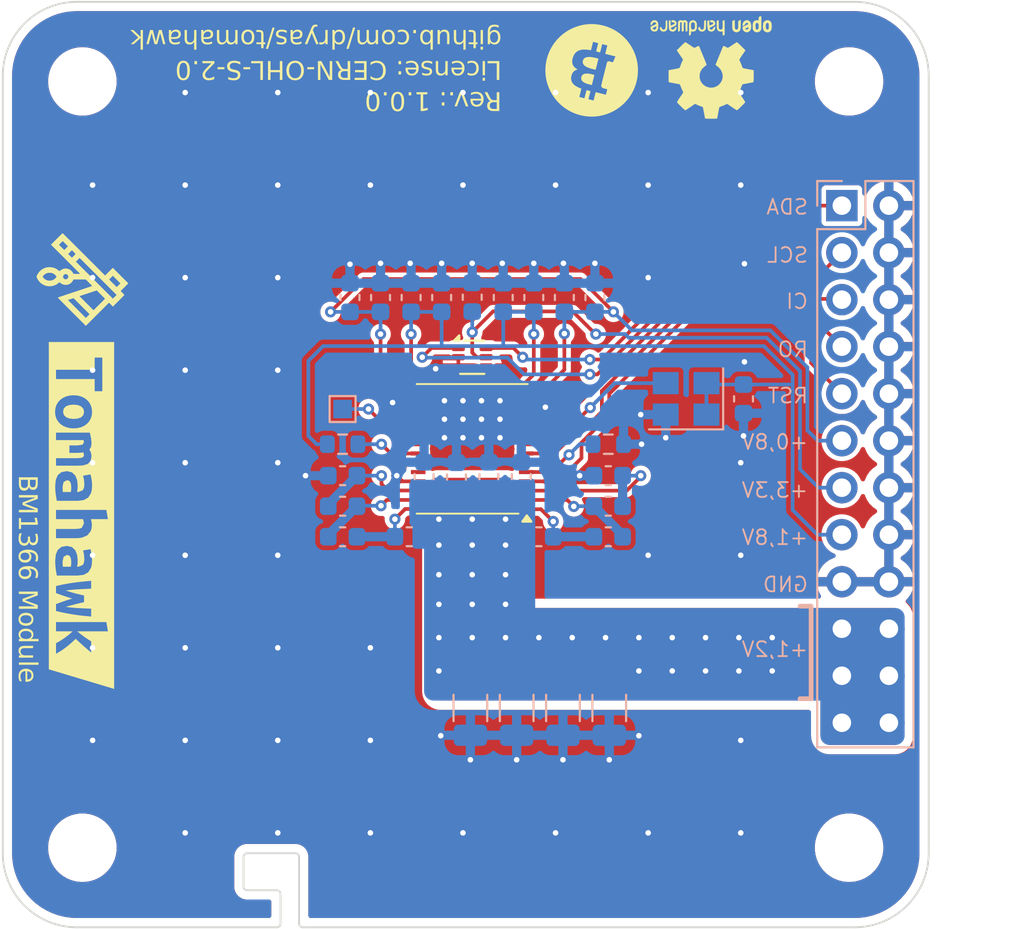
<source format=kicad_pcb>
(kicad_pcb (version 20240108) (generator "pcbnew") (generator_version "8.0")
  (title_block (title "Tomahawk - BM1366 Module") (date "2025-01-09") (rev "1.0.0") (comment 1 "Designed to be manufacturing via JLCPCB with 4-layer stackup: JLC04161H-7628") (comment 2 "License: CERN-OHL-S-2.0") (comment 3 "URL: https://github.com/dryas/tomahawk") (comment 4 "Designed by Benjamin Kaiser"))
  (layers (0 "F.Cu" signal) (1 "In1.Cu" power "In1.GND") (2 "In2.Cu" power "In2.GND") (31 "B.Cu" signal) (34 "B.Paste" user) (35 "F.Paste" user) (36 "B.SilkS" user "B.Silkscreen") (37 "F.SilkS" user "F.Silkscreen") (38 "B.Mask" user) (39 "F.Mask" user) (44 "Edge.Cuts" user))
  (net 0 "")
  (net 1 "GND")
  (net 2 "+1V2")
  (net 3 "Net-(U2-VDD3_0)")
  (net 4 "+0V8")
  (net 5 "Net-(U2-VDD2_0)")
  (net 6 "Net-(U2-VDD1_0)")
  (net 7 "Net-(U2-VDD1_1)")
  (net 8 "Net-(U2-VDD2_1)")
  (net 9 "Net-(U2-VDD3_1)")
  (net 10 "/RO")
  (net 11 "/CI")
  (net 12 "/RST_N")
  (net 13 "Net-(U2-BI)")
  (net 14 "Net-(U2-RI)")
  (net 15 "Net-(U1-Out)")
  (net 16 "Net-(U2-PIN_MODE)")
  (net 22 "+1V8")
  (net 23 "+3V3")
  (net 26 "/SCL")
  (net 27 "/SDA")
  (footprint "Asic_BK:BM1366" (layer "F.Cu") (at 145 94.4 180)
    (property "Reference" "U2" (hide yes))
    (property "Value" "BM1366_mode1")
  )
  (footprint "kibuzzard-677F2641" (layer "F.Cu") (at 123.9 98 -90)
    (property "Reference" "kibuzzard-677F2641" (hide yes))
    (property "Value" "G***" (hide yes))
  )
  (footprint "Symbol:OSHW-Logo2_7.3x6mm_SilkScreen" (layer "F.Cu") (at 157.9 73.8 180)
    (property "Reference" "REF**" (hide yes))
    (property "Value" "OSHW-Logo2_7.3x6mm_SilkScreen" (hide yes))
  )
  (footprint "MountingHole:MountingHole_3.2mm_M3" (layer "F.Cu") (at 165.350551 74.549449)
    (property "Reference" "H3" (hide yes))
    (property "Value" "MountingHole" (hide yes))
  )
  (footprint "LOGO" (layer "F.Cu") (at 151.45 73.95 180)
    (property "Reference" "G***" (hide yes))
    (property "Value" "LOGO" (hide yes))
  )
  (footprint "Package_TO_SOT_SMD:SOT-563" (layer "F.Cu") (at 145 89.45)
    (property "Reference" "U3" (hide yes))
    (property "Value" "TMP1075")
  )
  (footprint "MountingHole:MountingHole_3.2mm_M3" (layer "F.Cu") (at 165.350551 115.950551)
    (property "Reference" "H2" (hide yes))
    (property "Value" "MountingHole" (hide yes))
  )
  (footprint "LOGO" (layer "F.Cu") (at 123.95 85.25 -90)
    (property "Reference" "G***" (hide yes))
    (property "Value" "LOGO" (hide yes))
  )
  (footprint "MountingHole:MountingHole_3.2mm_M3" (layer "F.Cu") (at 123.949449 115.950551)
    (property "Reference" "H4" (hide yes))
    (property "Value" "MountingHole" (hide yes))
  )
  (footprint "MountingHole:MountingHole_3.2mm_M3" (layer "F.Cu") (at 123.949449 74.549449)
    (property "Reference" "H1" (hide yes))
    (property "Value" "MountingHole" (hide yes))
  )
  (footprint "Capacitor_SMD:C_0603_1608Metric" (layer "B.Cu") (at 152.3465 99.15)
    (property "Reference" "C12" (hide yes))
    (property "Value" "1uF" (hide yes))
  )
  (footprint "Capacitor_SMD:C_0603_1608Metric" (layer "B.Cu") (at 138 95.85)
    (property "Reference" "C27" (hide yes))
    (property "Value" "1uF" (hide yes))
  )
  (footprint "Capacitor_SMD:C_1206_3216Metric" (layer "B.Cu") (at 152.4 108.4 -90)
    (property "Reference" "C2" (hide yes))
    (property "Value" "47uF")
  )
  (footprint "TestPoint:TestPoint_Pad_1.0x1.0mm" (layer "B.Cu") (at 138 92.25)
    (property "Reference" "TP2" (hide yes))
    (property "Value" "MODE" (hide yes))
  )
  (footprint "Resistor_SMD:R_0603_1608Metric" (layer "B.Cu") (at 152.3465 94.15 180)
    (property "Reference" "R1" (hide yes))
    (property "Value" "10k" (hide yes))
  )
  (footprint "Capacitor_SMD:C_1206_3216Metric" (layer "B.Cu") (at 144.9 108.4 -90)
    (property "Reference" "C5" (hide yes))
    (property "Value" "10uF")
  )
  (footprint "Capacitor_SMD:C_0603_1608Metric" (layer "B.Cu") (at 138.4 86.225 90)
    (property "Reference" "C19" (hide yes))
    (property "Value" "1uF" (hide yes))
  )
  (footprint "Capacitor_SMD:C_0603_1608Metric" (layer "B.Cu") (at 140.05 86.225 -90)
    (property "Reference" "C21" (hide yes))
    (property "Value" "100nF" (hide yes))
  )
  (footprint "Resistor_SMD:R_0603_1608Metric" (layer "B.Cu") (at 138 94.15 180)
    (property "Reference" "R2" (hide yes))
    (property "Value" "10k" (hide yes))
  )
  (footprint "Capacitor_SMD:C_0603_1608Metric" (layer "B.Cu") (at 141.7 86.225 -90)
    (property "Reference" "C25" (hide yes))
    (property "Value" "100nF" (hide yes))
  )
  (footprint "Connector_PinSocket_2.54mm:PinSocket_2x12_P2.54mm_Vertical" (layer "B.Cu") (at 164.96 81.26 180)
    (property "Reference" "J1" (hide yes))
    (property "Value" "Conn_02x12_Odd_Even")
  )
  (footprint "Capacitor_SMD:C_0603_1608Metric" (layer "B.Cu") (at 144.15 95.925 -90)
    (property "Reference" "C18" (hide yes))
    (property "Value" "100nF")
  )
  (footprint "Capacitor_SMD:C_0603_1608Metric" (layer "B.Cu") (at 146.675 86.225 90)
    (property "Reference" "C14" (hide yes))
    (property "Value" "1uF" (hide yes))
  )
  (footprint "Capacitor_SMD:C_0603_1608Metric" (layer "B.Cu") (at 151.625 86.225 -90)
    (property "Reference" "C10" (hide yes))
    (property "Value" "100nF" (hide yes))
  )
  (footprint "Capacitor_SMD:C_0603_1608Metric" (layer "B.Cu") (at 148.6 99.15)
    (property "Reference" "C16" (hide yes))
    (property "Value" "1uF" (hide yes))
  )
  (footprint "Capacitor_SMD:C_0603_1608Metric" (layer "B.Cu") (at 142.4 95.9 90)
    (property "Reference" "C11" (hide yes))
    (property "Value" "1uF")
  )
  (footprint "Capacitor_SMD:C_0603_1608Metric" (layer "B.Cu") (at 138 99.15)
    (property "Reference" "C23" (hide yes))
    (property "Value" "1uF" (hide yes))
  )
  (footprint "Capacitor_SMD:C_0603_1608Metric" (layer "B.Cu") (at 143.35 86.225 90)
    (property "Reference" "C24" (hide yes))
    (property "Value" "1uF" (hide yes))
  )
  (footprint "Capacitor_SMD:C_0603_1608Metric" (layer "B.Cu") (at 145.9 95.9 -90)
    (property "Reference" "C15" (hide yes))
    (property "Value" "100nF")
  )
  (footprint "Capacitor_SMD:C_0603_1608Metric" (layer "B.Cu") (at 138 97.5)
    (property "Reference" "C26" (hide yes))
    (property "Value" "1uF" (hide yes))
  )
  (footprint "Capacitor_SMD:C_0603_1608Metric" (layer "B.Cu") (at 159.65 91.7 90)
    (property "Reference" "C1" (hide yes))
    (property "Value" "100nF" (hide yes))
  )
  (footprint "Capacitor_SMD:C_0603_1608Metric" (layer "B.Cu") (at 147.65 95.9 90)
    (property "Reference" "C8" (hide yes))
    (property "Value" "1uF")
  )
  (footprint "Capacitor_SMD:C_1206_3216Metric" (layer "B.Cu") (at 147.4 108.4 -90)
    (property "Reference" "C4" (hide yes))
    (property "Value" "10uF")
  )
  (footprint "Capacitor_SMD:C_0603_1608Metric" (layer "B.Cu") (at 148.325 86.225 -90)
    (property "Reference" "C17" (hide yes))
    (property "Value" "100nF" (hide yes))
  )
  (footprint "Capacitor_SMD:C_0603_1608Metric" (layer "B.Cu") (at 152.3465 95.85 180)
    (property "Reference" "C6" (hide yes))
    (property "Value" "1uF" (hide yes))
  )
  (footprint "Crystal:Crystal_SMD_3225-4Pin_3.2x2.5mm" (layer "B.Cu") (at 156.55 91.7 180)
    (property "Reference" "U1" (hide yes))
    (property "Value" "25MHz")
  )
  (footprint "Capacitor_SMD:C_1206_3216Metric" (layer "B.Cu") (at 149.9 108.4 -90)
    (property "Reference" "C3" (hide yes))
    (property "Value" "47uF")
  )
  (footprint "Capacitor_SMD:C_0603_1608Metric" (layer "B.Cu") (at 141.6 99.15)
    (property "Reference" "C20" (hide yes))
    (property "Value" "1uF")
  )
  (footprint "Capacitor_SMD:C_0603_1608Metric" (layer "B.Cu") (at 145 86.21 -90)
    (property "Reference" "C13" (hide yes))
    (property "Value" "100nF")
  )
  (footprint "Capacitor_SMD:C_0603_1608Metric" (layer "B.Cu") (at 149.975 86.225 90)
    (property "Reference" "C7" (hide yes))
    (property "Value" "1uF" (hide yes))
  )
  (footprint "Capacitor_SMD:C_0603_1608Metric" (layer "B.Cu") (at 152.3465 97.5)
    (property "Reference" "C9" (hide yes))
    (property "Value" "1uF" (hide yes))
  )
  (gr_line (start 162.7 107.9) (end 163.3 107.9) (stroke (width 0.254)) (layer "B.SilkS"))
  (gr_line (start 163.3 107.9) (end 163.3 102.9) (stroke (width 0.254)) (layer "B.SilkS"))
  (gr_line (start 162.7 102.9) (end 163.3 102.9) (stroke (width 0.254)) (layer "B.SilkS"))
  (gr_arc (start 132.85 118.25) (mid 132.708579 118.191421) (end 132.65 118.05) (stroke (width 0.1)) (layer "Edge.Cuts"))
  (gr_line (start 135.65 116.45) (end 135.65 120.05) (stroke (width 0.1)) (layer "Edge.Cuts"))
  (gr_line (start 123.65 120.25) (end 134.45 120.25) (stroke (width 0.1)) (layer "Edge.Cuts"))
  (gr_arc (start 135.45 116.25) (mid 135.591421 116.308579) (end 135.65 116.45) (stroke (width 0.1)) (layer "Edge.Cuts"))
  (gr_line (start 169.65 116.25) (end 169.65 74.25) (stroke (width 0.1)) (layer "Edge.Cuts"))
  (gr_arc (start 165.65 70.25) (mid 168.478427 71.421573) (end 169.65 74.25) (stroke (width 0.1)) (layer "Edge.Cuts"))
  (gr_arc (start 134.45 118.25) (mid 134.591421 118.308579) (end 134.65 118.45) (stroke (width 0.1)) (layer "Edge.Cuts"))
  (gr_arc (start 119.65 74.25) (mid 120.821573 71.421573) (end 123.65 70.25) (stroke (width 0.1)) (layer "Edge.Cuts"))
  (gr_arc (start 123.65 120.25) (mid 120.821573 119.078427) (end 119.65 116.25) (stroke (width 0.1)) (layer "Edge.Cuts"))
  (gr_line (start 134.45 118.25) (end 132.85 118.25) (stroke (width 0.1)) (layer "Edge.Cuts"))
  (gr_line (start 134.65 120.05) (end 134.65 118.45) (stroke (width 0.1)) (layer "Edge.Cuts"))
  (gr_arc (start 134.65 120.05) (mid 134.591421 120.191421) (end 134.45 120.25) (stroke (width 0.1)) (layer "Edge.Cuts"))
  (gr_arc (start 135.85 120.25) (mid 135.708579 120.191421) (end 135.65 120.05) (stroke (width 0.1)) (layer "Edge.Cuts"))
  (gr_line (start 135.85 120.25) (end 165.65 120.25) (stroke (width 0.1)) (layer "Edge.Cuts"))
  (gr_arc (start 169.65 116.25) (mid 168.478427 119.078427) (end 165.65 120.25) (stroke (width 0.1)) (layer "Edge.Cuts"))
  (gr_arc (start 132.65 116.45) (mid 132.708579 116.308579) (end 132.85 116.25) (stroke (width 0.1)) (layer "Edge.Cuts"))
  (gr_line (start 132.85 116.25) (end 135.45 116.25) (stroke (width 0.1)) (layer "Edge.Cuts"))
  (gr_line (start 165.65 70.25) (end 123.65 70.25) (stroke (width 0.1)) (layer "Edge.Cuts"))
  (gr_line (start 119.65 74.25) (end 119.65 116.25) (stroke (width 0.1)) (layer "Edge.Cuts"))
  (gr_line (start 132.65 118.05) (end 132.65 116.45) (stroke (width 0.1)) (layer "Edge.Cuts"))
  (gr_text "GND" (at 163.2 102.2 0) (layer "B.SilkS") (effects (font (size 0.8 0.8) (thickness 0.1)) (justify left bottom mirror)))
  (gr_text "RO" (at 163.2 89.5 0) (layer "B.SilkS") (effects (font (size 0.8 0.8) (thickness 0.1)) (justify left bottom mirror)))
  (gr_text "RST" (at 163.2 92 0) (layer "B.SilkS") (effects (font (size 0.8 0.8) (thickness 0.1)) (justify left bottom mirror)))
  (gr_text "+0,8V" (at 163.2 94.5 0) (layer "B.SilkS") (effects (font (size 0.8 0.8) (thickness 0.1)) (justify left bottom mirror)))
  (gr_text "CI" (at 163.2 86.9 0) (layer "B.SilkS") (effects (font (size 0.8 0.8) (thickness 0.1)) (justify left bottom mirror)))
  (gr_text "+1,8V" (at 163.2 99.65 0) (layer "B.SilkS") (effects (font (size 0.8 0.8) (thickness 0.1)) (justify left bottom mirror)))
  (gr_text "+1,2V" (at 163.2 105.7 0) (layer "B.SilkS") (effects (font (size 0.8 0.8) (thickness 0.1)) (justify left bottom mirror)))
  (gr_text "SCL" (at 163.2 84.4 0) (layer "B.SilkS") (effects (font (size 0.8 0.8) (thickness 0.1)) (justify left bottom mirror)))
  (gr_text "SDA" (at 163.2 81.8 0) (layer "B.SilkS") (effects (font (size 0.8 0.8) (thickness 0.1)) (justify left bottom mirror)))
  (gr_text "+3,3V" (at 163.2 97.1 0) (layer "B.SilkS") (effects (font (size 0.8 0.8) (thickness 0.1)) (justify left bottom mirror)))
  (gr_text "Rev.: 1.0.0\nLicense: CERN-OHL-S-2.0\ngithub.com/dryas/tomahawk" (at 146.6 71.6 180) (layer "F.SilkS") (effects (font (size 1 1) (thickness 0.1)) (justify left bottom)))
  (gr_text "BM1366 Module" (at 120.35 95.8 270) (layer "F.SilkS") (effects (font (size 1 1) (thickness 0.1)) (justify left bottom)))
  (segment (start 143.15 89.95) (end 144.25 89.95) (width 0.2) (layer "F.Cu") (net 1))
  (segment (start 144.25 89.45) (end 144.25 89.95) (width 0.2) (layer "F.Cu") (net 1))
  (segment (start 148.941 92.141) (end 148.95 92.15) (width 0.2) (layer "F.Cu") (net 1))
  (segment (start 150.8 95.85) (end 150.493 96.157) (width 0.2) (layer "F.Cu") (net 1))
  (segment (start 143.025 90.075) (end 143.15 89.95) (width 0.2) (layer "F.Cu") (net 1))
  (segment (start 143.025 90.075) (end 143.025 89.85) (width 0.2) (layer "F.Cu") (net 1))
  (segment (start 142.084 96.157) (end 141.232 96.157) (width 0.2) (layer "F.Cu") (net 1))
  (segment (start 142.084 92.15) (end 140.95 92.15) (width 0.2) (layer "F.Cu") (net 1))
  (segment (start 147.916 92.141) (end 148.941 92.141) (width 0.2) (layer "F.Cu") (net 1))
  (segment (start 150.493 96.157) (end 147.916 96.157) (width 0.2) (layer "F.Cu") (net 1))
  (segment (start 145.75 89.95) (end 144.25 89.95) (width 0.2) (layer "F.Cu") (net 1))
  (segment (start 140.95 92.15) (end 140.7 91.9) (width 0.2) (layer "F.Cu") (net 1))
  (segment (start 141.232 96.157) (end 140.925 95.85) (width 0.2) (layer "F.Cu") (net 1))
  (segment (start 143.425 89.45) (end 144.25 89.45) (width 0.2) (layer "F.Cu") (net 1))
  (segment (start 143.025 89.85) (end 143.425 89.45) (width 0.2) (layer "F.Cu") (net 1))
  (via (at 129.5 110.149901) (size 0.6) (drill 0.3) (layers "F.Cu" "B.Cu") (net 1))
  (via (at 139.5 110.149901) (size 0.6) (drill 0.3) (layers "F.Cu" "B.Cu") (net 1))
  (via (at 139.5 115.149901) (size 0.6) (drill 0.3) (layers "F.Cu" "B.Cu") (net 1))
  (via (at 124.5 110.149901) (size 0.6) (drill 0.3) (layers "F.Cu" "B.Cu") (net 1))
  (via (at 134.5 75.149901) (size 0.6) (drill 0.3) (layers "F.Cu" "B.Cu") (net 1))
  (via (at 129.5 105.149901) (size 0.6) (drill 0.3) (layers "F.Cu" "B.Cu") (net 1))
  (via (at 124.5 90.149901) (size 0.6) (drill 0.3) (layers "F.Cu" "B.Cu") (net 1))
  (via (at 124.5 100.149901) (size 0.6) (drill 0.3) (layers "F.Cu" "B.Cu") (net 1))
  (via (at 134.5 115.149901) (size 0.6) (drill 0.3) (layers "F.Cu" "B.Cu") (net 1))
  (via (at 154.5 85.149901) (size 0.6) (drill 0.3) (layers "F.Cu" "B.Cu") (net 1))
  (via (at 149.5 115.149901) (size 0.6) (drill 0.3) (layers "F.Cu" "B.Cu") (net 1))
  (via (at 129.5 115.149901) (size 0.6) (drill 0.3) (layers "F.Cu" "B.Cu") (net 1))
  (via (at 140.7 91.9) (size 0.6) (drill 0.3) (layers "F.Cu" "B.Cu") (net 1))
  (via (at 136 95.85) (size 0.6) (drill 0.3) (layers "F.Cu" "B.Cu") (net 1))
  (via (at 134.5 100.149901) (size 0.6) (drill 0.3) (layers "F.Cu" "B.Cu") (net 1))
  (via (at 148.325 84.375) (size 0.6) (drill 0.3) (layers "F.Cu" "B.Cu") (net 1))
  (via (at 154.5 115.149901) (size 0.6) (drill 0.3) (layers "F.Cu" "B.Cu") (net 1))
  (via (at 143.025 90.075) (size 0.6) (drill 0.3) (layers "F.Cu" "B.Cu") (net 1))
  (via (at 129.5 95.149901) (size 0.6) (drill 0.3) (layers "F.Cu" "B.Cu") (net 1))
  (via (at 144.5 115.149901) (size 0.6) (drill 0.3) (layers "F.Cu" "B.Cu") (net 1))
  (via (at 149.925 84.375) (size 0.6) (drill 0.3) (layers "F.Cu" "B.Cu") (net 1))
  (via (at 159.7 84.4) (size 0.6) (drill 0.3) (layers "F.Cu" "B.Cu") (net 1))
  (via (at 139.5 80.149901) (size 0.6) (drill 0.3) (layers "F.Cu" "B.Cu") (net 1))
  (via (at 154.5 75.149901) (size 0.6) (drill 0.3) (layers "F.Cu" "B.Cu") (net 1))
  (via (at 159.5 100.149901) (size 0.6) (drill 0.3) (layers "F.Cu" "B.Cu") (net 1))
  (via (at 143.3 109.9) (size 0.6) (drill 0.3) (layers "F.Cu" "B.Cu") (net 1))
  (via (at 159.5 95.149901) (size 0.6) (drill 0.3) (layers "F.Cu" "B.Cu") (net 1))
  (via (at 143.35 84.375) (size 0.6) (drill 0.3) (layers "F.Cu" "B.Cu") (net 1))
  (via (at 159.5 75.149901) (size 0.6) (drill 0.3) (layers "F.Cu" "B.Cu") (net 1))
  (via (at 159.5 110.149901) (size 0.6) (drill 0.3) (layers "F.Cu" "B.Cu") (net 1))
  (via (at 151.625 84.375) (size 0.6) (drill 0.3) (layers "F.Cu" "B.Cu") (net 1))
  (via (at 134.5 80.149901) (size 0.6) (drill 0.3) (layers "F.Cu" "B.Cu") (net 1))
  (via (at 144.5 75.149901) (size 0.6) (drill 0.3) (layers "F.Cu" "B.Cu") (net 1))
  (via (at 138.4 84.425) (size 0.6) (drill 0.3) (layers "F.Cu" "B.Cu") (net 1))
  (via (at 149.9 111.2) (size 0.6) (drill 0.3) (layers "F.Cu" "B.Cu") (net 1))
  (via (at 124.5 80.149901) (size 0.6) (drill 0.3) (layers "F.Cu" "B.Cu") (net 1))
  (via (at 140.05 84.375) (size 0.6) (drill 0.3) (layers "F.Cu" "B.Cu") (net 1))
  (via (at 152.4 111.2) (size 0.6) (drill 0.3) (layers "F.Cu" "B.Cu") (net 1))
  (via (at 129.5 75.149901) (size 0.6) (drill 0.3) (layers "F.Cu" "B.Cu") (net 1))
  (via (at 124.5 95.149901) (size 0.6) (drill 0.3) (layers "F.Cu" "B.Cu") (net 1))
  (via (at 134.5 85.149901) (size 0.6) (drill 0.3) (layers "F.Cu" "B.Cu") (net 1))
  (via (at 154.1465 94.15) (size 0.6) (drill 0.3) (layers "F.Cu" "B.Cu") (net 1))
  (via (at 144.9 111.2) (size 0.6) (drill 0.3) (layers "F.Cu" "B.Cu") (net 1))
  (via (at 155.45 93.8) (size 0.6) (drill 0.3) (layers "F.Cu" "B.Cu") (net 1))
  (via (at 141.65 84.375) (size 0.6) (drill 0.3) (layers "F.Cu" "B.Cu") (net 1))
  (via (at 139.5 75.149901) (size 0.6) (drill 0.3) (layers "F.Cu" "B.Cu") (net 1))
  (via (at 159.5 80.149901) (size 0.6) (drill 0.3) (layers "F.Cu" "B.Cu") (net 1))
  (via (at 159.5 115.149901) (size 0.6) (drill 0.3) (layers "F.Cu" "B.Cu") (net 1))
  (via (at 134.5 95.149901) (size 0.6) (drill 0.3) (layers "F.Cu" "B.Cu") (net 1))
  (via (at 154.1 92.55) (size 0.6) (drill 0.3) (layers "F.Cu" "B.Cu") (net 1))
  (via (at 154 109.9) (size 0.6) (drill 0.3) (layers "F.Cu" "B.Cu") (net 1))
  (via (at 134.5 90.149901) (size 0.6) (drill 0.3) (layers "F.Cu" "B.Cu") (net 1))
  (via (at 129.5 80.149901) (size 0.6) (drill 0.3) (layers "F.Cu" "B.Cu") (net 1))
  (via (at 129.5 100.149901) (size 0.6) (drill 0.3) (layers "F.Cu" "B.Cu") (net 1))
  (via (at 149.5 75.149901) (size 0.6) (drill 0.3) (layers "F.Cu" "B.Cu") (net 1))
  (via (at 129.5 85.149901) (size 0.6) (drill 0.3) (layers "F.Cu" "B.Cu") (net 1))
  (via (at 140.925 95.85) (size 0.6) (drill 0.3) (layers "F.Cu" "B.Cu") (net 1))
  (via (at 129.5 90.149901) (size 0.6) (drill 0.3) (layers "F.Cu" "B.Cu") (net 1))
  (via (at 159.65 93.7) (size 0.6) (drill 0.3) (layers "F.Cu" "B.Cu") (net 1))
  (via (at 124.5 85.149901) (size 0.6) (drill 0.3) (layers "F.Cu" "B.Cu") (net 1))
  (via (at 144.5 80.149901) (size 0.6) (drill 0.3) (layers "F.Cu" "B.Cu") (net 1))
  (via (at 149.5 80.149901) (size 0.6) (drill 0.3) (layers "F.Cu" "B.Cu") (net 1))
  (via (at 139.5 105.149901) (size 0.6) (drill 0.3) (layers "F.Cu" "B.Cu") (net 1))
  (via (at 145 84.375) (size 0.6) (drill 0.3) (layers "F.Cu" "B.Cu") (net 1))
  (via (at 134.5 105.149901) (size 0.6) (drill 0.3) (layers "F.Cu" "B.Cu") (net 1))
  (via (at 154.5 80.149901) (size 0.6) (drill 0.3) (layers "F.Cu" "B.Cu") (net 1))
  (via (at 124.5 105.149901) (size 0.6) (drill 0.3) (layers "F.Cu" "B.Cu") (net 1))
  (via (at 147.4 111.2) (size 0.6) (drill 0.3) (layers "F.Cu" "B.Cu") (net 1))
  (via (at 154.5 100.149901) (size 0.6) (drill 0.3) (layers "F.Cu" "B.Cu") (net 1))
  (via (at 148.95 92.15) (size 0.6) (drill 0.3) (layers "F.Cu" "B.Cu") (net 1))
  (via (at 134.5 110.149901) (size 0.6) (drill 0.3) (layers "F.Cu" "B.Cu") (net 1))
  (via (at 159.7 89.7) (size 0.6) (drill 0.3) (layers "F.Cu" "B.Cu") (net 1))
  (via (at 146.625 84.375) (size 0.6) (drill 0.3) (layers "F.Cu" "B.Cu") (net 1))
  (via (at 150.8 95.85) (size 0.6) (drill 0.3) (layers "F.Cu" "B.Cu") (net 1))
  (segment (start 146.625 85.4) (end 146.675 85.45) (width 0.2) (layer "B.Cu") (net 1))
  (segment (start 152.425 109.9) (end 152.4 109.875) (width 0.2) (layer "B.Cu") (net 1))
  (segment (start 141.65 85.4) (end 141.7 85.45) (width 0.2) (layer "B.Cu") (net 1))
  (segment (start 149.925 85.4) (end 149.975 85.45) (width 0.2) (layer "B.Cu") (net 1))
  (segment (start 138.4 84.425) (end 138.4 85.45) (width 0.2) (layer "B.Cu") (net 1))
  (segment (start 147.4 111.2) (end 147.4 109.875) (width 0.2) (layer "B.Cu") (net 1))
  (segment (start 152.4 111.2) (end 152.4 109.875) (width 0.2) (layer "B.Cu") (net 1))
  (segment (start 149.9 111.2) (end 149.9 109.875) (width 0.2) (layer "B.Cu") (net 1))
  (segment (start 149.9 109.875) (end 152.4 109.875) (width 0.2) (layer "B.Cu") (net 1))
  (segment (start 143.3 109.9) (end 144.875 109.9) (width 0.2) (layer "B.Cu") (net 1))
  (segment (start 148.325 84.375) (end 148.325 85.45) (width 0.2) (layer "B.Cu") (net 1))
  (segment (start 144.9 111.2) (end 144.9 109.875) (width 0.2) (layer "B.Cu") (net 1))
  (segment (start 149.925 84.375) (end 149.925 85.4) (width 0.2) (layer "B.Cu") (net 1))
  (segment (start 141.65 84.375) (end 141.65 85.4) (width 0.2) (layer "B.Cu") (net 1))
  (segment (start 155.45 93.8) (end 155.45 92.55) (width 0.2) (layer "B.Cu") (net 1))
  (segment (start 136 95.85) (end 137.225 95.85) (width 0.2) (layer "B.Cu") (net 1))
  (segment (start 154 109.9) (end 152.425 109.9) (width 0.2) (layer "B.Cu") (net 1))
  (segment (start 143.35 84.375) (end 143.35 85.45) (width 0.2) (layer "B.Cu") (net 1))
  (segment (start 151.5715 95.85) (end 150.8 95.85) (width 0.2) (layer "B.Cu") (net 1))
  (segment (start 153.1715 94.15) (end 154.1465 94.15) (width 0.2) (layer "B.Cu") (net 1))
  (segment (start 140.05 84.375) (end 140.05 85.45) (width 0.2) (layer "B.Cu") (net 1))
  (segment (start 154.1 92.55) (end 155.45 92.55) (width 0.2) (layer "B.Cu") (net 1))
  (segment (start 146.625 84.375) (end 146.625 85.4) (width 0.2) (layer "B.Cu") (net 1))
  (segment (start 144.875 109.9) (end 144.9 109.875) (width 0.2) (layer "B.Cu") (net 1))
  (segment (start 151.625 84.375) (end 151.625 85.45) (width 0.2) (layer "B.Cu") (net 1))
  (segment (start 144.9 109.875) (end 147.4 109.875) (width 0.2) (layer "B.Cu") (net 1))
  (segment (start 147.4 109.875) (end 149.9 109.875) (width 0.2) (layer "B.Cu") (net 1))
  (segment (start 159.65 93.7) (end 159.65 92.475) (width 0.2) (layer "B.Cu") (net 1))
  (segment (start 145 85.435) (end 145 84.375) (width 0.2) (layer "B.Cu") (net 1))
  (via (at 146.8 102.8) (size 0.6) (drill 0.3) (layers "F.Cu" "B.Cu") (net 2))
  (via (at 157.6 104.6) (size 0.6) (drill 0.3) (layers "F.Cu" "B.Cu") (net 2))
  (via (at 150.4 104.6) (size 0.6) (drill 0.3) (layers "F.Cu" "B.Cu") (net 2))
  (via (at 145 99.6) (size 0.6) (drill 0.3) (layers "F.Cu" "B.Cu") (net 2))
  (via (at 143.2 104.6) (size 0.6) (drill 0.3) (layers "F.Cu" "B.Cu") (net 2))
  (via (at 148.6 104.6) (size 0.6) (drill 0.3) (layers "F.Cu" "B.Cu") (net 2))
  (via (at 155.8 104.6) (size 0.6) (drill 0.3) (layers "F.Cu" "B.Cu") (net 2))
  (via (at 143.2 102.8) (size 0.6) (drill 0.3) (layers "F.Cu" "B.Cu") (net 2))
  (via (at 145 102.8) (size 0.6) (drill 0.3) (layers "F.Cu" "B.Cu") (net 2))
  (via (at 161.2 104.6) (size 0.6) (drill 0.3) (layers "F.Cu" "B.Cu") (net 2))
  (via (at 145 98.2) (size 0.6) (drill 0.3) (layers "F.Cu" "B.Cu") (net 2))
  (via (at 145 101.2) (size 0.6) (drill 0.3) (layers "F.Cu" "B.Cu") (net 2))
  (via (at 154 104.6) (size 0.6) (drill 0.3) (layers "F.Cu" "B.Cu") (net 2))
  (via (at 143.2 106.4) (size 0.6) (drill 0.3) (layers "F.Cu" "B.Cu") (net 2))
  (via (at 159.4 104.6) (size 0.6) (drill 0.3) (layers "F.Cu" "B.Cu") (net 2))
  (via (at 157.6 106.4) (size 0.6) (drill 0.3) (layers "F.Cu" "B.Cu") (net 2))
  (via (at 152.2 104.6) (size 0.6) (drill 0.3) (layers "F.Cu" "B.Cu") (net 2))
  (via (at 161.2 106.4) (size 0.6) (drill 0.3) (layers "F.Cu" "B.Cu") (net 2))
  (via (at 154 106.4) (size 0.6) (drill 0.3) (layers "F.Cu" "B.Cu") (net 2))
  (via (at 146.8 101.2) (size 0.6) (drill 0.3) (layers "F.Cu" "B.Cu") (net 2))
  (via (at 159.4 106.4) (size 0.6) (drill 0.3) (layers "F.Cu" "B.Cu") (net 2))
  (via (at 143.2 98.2) (size 0.6) (drill 0.3) (layers "F.Cu" "B.Cu") (net 2))
  (via (at 146.8 104.6) (size 0.6) (drill 0.3) (layers "F.Cu" "B.Cu") (net 2))
  (via (at 143.2 101.2) (size 0.6) (drill 0.3) (layers "F.Cu" "B.Cu") (net 2))
  (via (at 145 104.6) (size 0.6) (drill 0.3) (layers "F.Cu" "B.Cu") (net 2))
  (via (at 143.2 99.6) (size 0.6) (drill 0.3) (layers "F.Cu" "B.Cu") (net 2))
  (via (at 146.8 98.2) (size 0.6) (drill 0.3) (layers "F.Cu" "B.Cu") (net 2))
  (via (at 155.8 106.4) (size 0.6) (drill 0.3) (layers "F.Cu" "B.Cu") (net 2))
  (via (at 146.8 99.6) (size 0.6) (drill 0.3) (layers "F.Cu" "B.Cu") (net 2))
  (segment (start 144.875 106.5) (end 144.9 106.475) (width 0.2) (layer "B.Cu") (net 2))
  (segment (start 152.425 106.5) (end 152.4 106.475) (width 0.2) (layer "B.Cu") (net 2))
  (segment (start 154.1 95.85) (end 154.1 95.9) (width 0.2) (layer "F.Cu") (net 3))
  (segment (start 154.1 95.9) (end 153.341 96.659) (width 0.2) (layer "F.Cu") (net 3))
  (segment (start 153.341 96.659) (end 147.916 96.659) (width 0.2) (layer "F.Cu") (net 3))
  (via (at 154.1 95.85) (size 0.6) (drill 0.3) (layers "F.Cu" "B.Cu") (net 3))
  (segment (start 154.1 95.85) (end 153.1215 95.85) (width 0.2) (layer "B.Cu") (net 3))
  (segment (start 153.1215 97.5) (end 153.1215 95.85) (width 0.5) (layer "B.Cu") (net 3))
  (segment (start 149.975 90.125) (end 148.461 91.639) (width 0.2) (layer "F.Cu") (net 4))
  (segment (start 141.3 91.65) (end 142.084 91.65) (width 0.2) (layer "F.Cu") (net 4))
  (segment (start 148.461 91.639) (end 147.916 91.639) (width 0.2) (layer "F.Cu") (net 4))
  (segment (start 137.35 87) (end 139.125 85.225) (width 0.2) (layer "F.Cu") (net 4))
  (segment (start 140.05 90.4) (end 141.3 91.65) (width 0.2) (layer "F.Cu") (net 4))
  (segment (start 140.05 88.2) (end 140.05 90.4) (width 0.2) (layer "F.Cu") (net 4))
  (segment (start 139.125 85.225) (end 150.85 85.225) (width 0.2) (layer "F.Cu") (net 4))
  (segment (start 150.85 85.225) (end 152.625 87) (width 0.2) (layer "F.Cu") (net 4))
  (segment (start 149.975 88.175) (end 149.975 90.125) (width 0.2) (layer "F.Cu") (net 4))
  (via (at 149.975 88.175) (size 0.6) (drill 0.3) (layers "F.Cu" "B.Cu") (net 4))
  (via (at 137.35 87) (size 0.6) (drill 0.3) (layers "F.Cu" "B.Cu") (net 4))
  (via (at 140.05 88.2) (size 0.6) (drill 0.3) (layers "F.Cu" "B.Cu") (net 4))
  (via (at 152.625 87) (size 0.6) (drill 0.3) (layers "F.Cu" "B.Cu") (net 4))
  (segment (start 149.975 87) (end 149.975 88.175) (width 0.2) (layer "B.Cu") (net 4))
  (segment (start 149.975 87) (end 151.625 87) (width 0.2) (layer "B.Cu") (net 4))
  (segment (start 140.05 88.2) (end 140.05 87.1) (width 0.2) (layer "B.Cu") (net 4))
  (segment (start 163.66 93.96) (end 164.96 93.96) (width 0.2) (layer "B.Cu") (net 4))
  (segment (start 151.625 87) (end 152.625 87) (width 0.2) (layer "B.Cu") (net 4))
  (segment (start 137.35 87) (end 137.3 87) (width 0.2) (layer "B.Cu") (net 4))
  (segment (start 163.1 90) (end 163.1 93.4) (width 0.2) (layer "B.Cu") (net 4))
  (segment (start 153.625 88) (end 161.1 88) (width 0.2) (layer "B.Cu") (net 4))
  (segment (start 161.1 88) (end 163.1 90) (width 0.2) (layer "B.Cu") (net 4))
  (segment (start 140.05 87) (end 140 87.05) (width 0.2) (layer "B.Cu") (net 4))
  (segment (start 138.4 87) (end 137.35 87) (width 0.2) (layer "B.Cu") (net 4))
  (segment (start 140.05 87.1) (end 140.1 87.05) (width 0.2) (layer "B.Cu") (net 4))
  (segment (start 163.1 93.4) (end 163.66 93.96) (width 0.2) (layer "B.Cu") (net 4))
  (segment (start 152.625 87) (end 153.625 88) (width 0.2) (layer "B.Cu") (net 4))
  (segment (start 140.05 87) (end 138.4 87) (width 0.2) (layer "B.Cu") (net 4))
  (segment (start 150.484 97.5125) (end 150.1325 97.161) (width 0.2) (layer "F.Cu") (net 5))
  (segment (start 150.1325 97.161) (end 147.916 97.161) (width 0.2) (layer "F.Cu") (net 5))
  (via (at 150.484 97.5125) (size 0.6) (drill 0.3) (layers "F.Cu" "B.Cu") (net 5))
  (segment (start 151.5715 97.5) (end 150.4965 97.5) (width 0.2) (layer "B.Cu") (net 5))
  (segment (start 153.1215 99.15) (end 153.1215 99.05) (width 0.5) (layer "B.Cu") (net 5))
  (segment (start 153.1215 99.05) (end 151.5715 97.5) (width 0.5) (layer "B.Cu") (net 5))
  (segment (start 148.713 97.663) (end 147.916 97.663) (width 0.2) (layer "F.Cu") (net 6))
  (segment (start 149.375 98.325) (end 148.713 97.663) (width 0.2) (layer "F.Cu") (net 6))
  (via (at 149.375 98.325) (size 0.6) (drill 0.3) (layers "F.Cu" "B.Cu") (net 6))
  (segment (start 149.375 99.15) (end 151.5715 99.15) (width 0.5) (layer "B.Cu") (net 6))
  (segment (start 149.375 98.325) (end 149.375 99.15) (width 0.2) (layer "B.Cu") (net 6))
  (segment (start 142.084 97.65) (end 141.375 97.65) (width 0.2) (layer "F.Cu") (net 7))
  (segment (start 141.375 97.65) (end 140.825 98.2) (width 0.2) (layer "F.Cu") (net 7))
  (via (at 140.825 98.2) (size 0.6) (drill 0.3) (layers "F.Cu" "B.Cu") (net 7))
  (segment (start 140.825 99.15) (end 138.775 99.15) (width 0.5) (layer "B.Cu") (net 7))
  (segment (start 140.825 98.2) (end 140.825 99.15) (width 0.2) (layer "B.Cu") (net 7))
  (segment (start 140.075 97.475) (end 140.389 97.161) (width 0.2) (layer "F.Cu") (net 8))
  (segment (start 140.389 97.161) (end 142.084 97.161) (width 0.2) (layer "F.Cu") (net 8))
  (via (at 140.075 97.475) (size 0.6) (drill 0.3) (layers "F.Cu" "B.Cu") (net 8))
  (segment (start 140.075 97.475) (end 138.8 97.475) (width 0.2) (layer "B.Cu") (net 8))
  (segment (start 137.225 99.05) (end 138.775 97.5) (width 0.5) (layer "B.Cu") (net 8))
  (segment (start 138.8 97.475) (end 138.775 97.5) (width 0.2) (layer "B.Cu") (net 8))
  (segment (start 137.225 99.15) (end 137.225 99.05) (width 0.5) (layer "B.Cu") (net 8))
  (segment (start 140.1 96.3) (end 140.1 95.85) (width 0.2) (layer "F.Cu") (net 9))
  (segment (start 140.45 96.65) (end 140.1 96.3) (width 0.2) (layer "F.Cu") (net 9))
  (segment (start 142.084 96.65) (end 140.45 96.65) (width 0.2) (layer "F.Cu") (net 9))
  (via (at 140.1 95.85) (size 0.6) (drill 0.3) (layers "F.Cu" "B.Cu") (net 9))
  (segment (start 137.225 97.4) (end 138.775 95.85) (width 0.5) (layer "B.Cu") (net 9))
  (segment (start 140.1 95.85) (end 138.775 95.85) (width 0.2) (layer "B.Cu") (net 9))
  (segment (start 137.225 97.5) (end 137.225 97.4) (width 0.5) (layer "B.Cu") (net 9))
  (segment (start 147.916 94.651) (end 149.449 94.651) (width 0.2) (layer "F.Cu") (net 10))
  (segment (start 156.565686 86.7) (end 162.78 86.7) (width 0.2) (layer "F.Cu") (net 10))
  (segment (start 152 91.265686) (end 156.565686 86.7) (width 0.2) (layer "F.Cu") (net 10))
  (segment (start 152 92.397059) (end 152 91.265686) (width 0.2) (layer "F.Cu") (net 10))
  (segment (start 151.102941 93) (end 151.397059 93) (width 0.2) (layer "F.Cu") (net 10))
  (segment (start 151.397059 93) (end 152 92.397059) (width 0.2) (layer "F.Cu") (net 10))
  (segment (start 149.5 94.6) (end 149.502941 94.6) (width 0.2) (layer "F.Cu") (net 10))
  (segment (start 149.502941 94.6) (end 151.102941 93) (width 0.2) (layer "F.Cu") (net 10))
  (segment (start 149.449 94.651) (end 149.5 94.6) (width 0.2) (layer "F.Cu") (net 10))
  (segment (start 162.78 86.7) (end 164.96 88.88) (width 0.2) (layer "F.Cu") (net 10))
  (segment (start 147.916 93.647) (end 149.053 93.647) (width 0.2) (layer "F.Cu") (net 11))
  (segment (start 164.92 86.3) (end 164.96 86.34) (width 0.2) (layer "F.Cu") (net 11))
  (segment (start 149.053 93.647) (end 156.4 86.3) (width 0.2) (layer "F.Cu") (net 11))
  (segment (start 156.4 86.3) (end 164.92 86.3) (width 0.2) (layer "F.Cu") (net 11))
  (segment (start 163.3 87.960686) (end 163.3 89.76) (width 0.2) (layer "F.Cu") (net 12))
  (segment (start 156.731372 87.1) (end 162.439314 87.1) (width 0.2) (layer "F.Cu") (net 12))
  (segment (start 152.4 91.431372) (end 156.731372 87.1) (width 0.2) (layer "F.Cu") (net 12))
  (segment (start 162.439314 87.1) (end 163.3 87.960686) (width 0.2) (layer "F.Cu") (net 12))
  (segment (start 152.4 92.564216) (end 152.4 91.431372) (width 0.2) (layer "F.Cu") (net 12))
  (segment (start 150.145 95.655) (end 150.9 94.9) (width 0.2) (layer "F.Cu") (net 12))
  (segment (start 150.9 94.9) (end 150.9 94.064216) (width 0.2) (layer "F.Cu") (net 12))
  (segment (start 150.9 94.064216) (end 152.4 92.564216) (width 0.2) (layer "F.Cu") (net 12))
  (segment (start 163.3 89.76) (end 164.96 91.42) (width 0.2) (layer "F.Cu") (net 12))
  (segment (start 147.916 95.655) (end 150.145 95.655) (width 0.2) (layer "F.Cu") (net 12))
  (segment (start 150.202906 94.725735) (end 149.775641 95.153) (width 0.2) (layer "F.Cu") (net 13))
  (segment (start 150.225735 94.725735) (end 150.202906 94.725735) (width 0.2) (layer "F.Cu") (net 13))
  (segment (start 149.775641 95.153) (end 147.916 95.153) (width 0.2) (layer "F.Cu") (net 13))
  (via (at 150.225735 94.725735) (size 0.6) (drill 0.3) (layers "F.Cu" "B.Cu") (net 13))
  (segment (start 150.225735 94.725735) (end 150.80147 94.15) (width 0.2) (layer "B.Cu") (net 13))
  (segment (start 150.80147 94.15) (end 151.5215 94.15) (width 0.2) (layer "B.Cu") (net 13))
  (segment (start 140.601 94.651) (end 140.1 94.15) (width 0.2) (layer "F.Cu") (net 14))
  (segment (start 142.084 94.651) (end 140.601 94.651) (width 0.2) (layer "F.Cu") (net 14))
  (via (at 140.1 94.15) (size 0.6) (drill 0.3) (layers "F.Cu" "B.Cu") (net 14))
  (segment (start 138.825 94.15) (end 140.1 94.15) (width 0.2) (layer "B.Cu") (net 14))
  (segment (start 149.388255 94.149) (end 147.916 94.149) (width 0.2) (layer "F.Cu") (net 15))
  (segment (start 151.374265 92.174265) (end 151.36299 92.174265) (width 0.2) (layer "F.Cu") (net 15))
  (segment (start 151.36299 92.174265) (end 149.388255 94.149) (width 0.2) (layer "F.Cu") (net 15))
  (via (at 151.374265 92.174265) (size 0.6) (drill 0.3) (layers "F.Cu" "B.Cu") (net 15))
  (segment (start 152.69853 90.85) (end 155.45 90.85) (width 0.2) (layer "B.Cu") (net 15))
  (segment (start 151.374265 92.174265) (end 152.69853 90.85) (width 0.2) (layer "B.Cu") (net 15))
  (segment (start 139.4 92.25) (end 139.8 92.65) (width 0.2) (layer "F.Cu") (net 16))
  (segment (start 139.8 92.65) (end 142.084 92.65) (width 0.2) (layer "F.Cu") (net 16))
  (via (at 139.4 92.25) (size 0.6) (drill 0.3) (layers "F.Cu" "B.Cu") (net 16))
  (segment (start 138 92.25) (end 139.4 92.25) (width 0.2) (layer "B.Cu") (net 16))
  (segment (start 141.7 88.2) (end 141.7 90.325) (width 0.2) (layer "F.Cu") (net 22))
  (segment (start 148.325 90.375) (end 147.916 90.784) (width 0.2) (layer "F.Cu") (net 22))
  (segment (start 148.325 88.2) (end 148.325 90.375) (width 0.2) (layer "F.Cu") (net 22))
  (segment (start 141.7 90.325) (end 142.084 90.709) (width 0.2) (layer "F.Cu") (net 22))
  (segment (start 142.084 90.709) (end 142.084 91.15) (width 0.2) (layer "F.Cu") (net 22))
  (segment (start 147.916 90.784) (end 147.916 91.137) (width 0.2) (layer "F.Cu") (net 22))
  (via (at 148.325 88.2) (size 0.6) (drill 0.3) (layers "F.Cu" "B.Cu") (net 22))
  (via (at 141.7 88.2) (size 0.6) (drill 0.3) (layers "F.Cu" "B.Cu") (net 22))
  (segment (start 143.35 87) (end 143.35 88.85) (width 0.2) (layer "B.Cu") (net 22))
  (segment (start 160.75 88.85) (end 136.95 88.85) (width 0.2) (layer "B.Cu") (net 22))
  (segment (start 136.95 88.85) (end 136.15 89.65) (width 0.2) (layer "B.Cu") (net 22))
  (segment (start 162.3 90.9) (end 162.3 90.4) (width 0.2) (layer "B.Cu") (net 22))
  (segment (start 141.7 87) (end 143.35 87) (width 0.2) (layer "B.Cu") (net 22))
  (segment (start 157.65 92.55) (end 157.65 90.85) (width 0.2) (layer "B.Cu") (net 22))
  (segment (start 141.7 87) (end 141.7 88.2) (width 0.2) (layer "B.Cu") (net 22))
  (segment (start 159.65 90.925) (end 162.275 90.925) (width 0.2) (layer "B.Cu") (net 22))
  (segment (start 146.675 87) (end 146.7 87.025) (width 0.2) (layer "B.Cu") (net 22))
  (segment (start 136.15 89.65) (end 136.15 93.7) (width 0.2) (layer "B.Cu") (net 22))
  (segment (start 159.65 90.925) (end 157.725 90.925) (width 0.2) (layer "B.Cu") (net 22))
  (segment (start 136.15 93.7) (end 136.6 94.15) (width 0.2) (layer "B.Cu") (net 22))
  (segment (start 163.64 99.04) (end 162.3 97.7) (width 0.2) (layer "B.Cu") (net 22))
  (segment (start 164.96 99.04) (end 163.64 99.04) (width 0.2) (layer "B.Cu") (net 22))
  (segment (start 162.3 97.7) (end 162.3 90.9) (width 0.2) (layer "B.Cu") (net 22))
  (segment (start 146.675 87) (end 146.675 88.85) (width 0.2) (layer "B.Cu") (net 22))
  (segment (start 136.6 94.15) (end 137.175 94.15) (width 0.2) (layer "B.Cu") (net 22))
  (segment (start 143.35 87) (end 143.375 87.025) (width 0.2) (layer "B.Cu") (net 22))
  (segment (start 162.275 90.925) (end 162.3 90.9) (width 0.2) (layer "B.Cu") (net 22))
  (segment (start 148.325 87) (end 148.325 88.2) (width 0.2) (layer "B.Cu") (net 22))
  (segment (start 157.725 90.925) (end 157.65 90.85) (width 0.2) (layer "B.Cu") (net 22))
  (segment (start 162.3 90.4) (end 160.75 88.85) (width 0.2) (layer "B.Cu") (net 22))
  (segment (start 146.675 87) (end 148.325 87) (width 0.2) (layer "B.Cu") (net 22))
  (segment (start 145.25 89.45) (end 145 89.2) (width 0.2) (layer "F.Cu") (net 23))
  (segment (start 151.675 88.2) (end 151.65 88.2) (width 0.2) (layer "F.Cu") (net 23))
  (segment (start 145 89.2) (end 145 88.1) (width 0.2) (layer "F.Cu") (net 23))
  (segment (start 145.75 89.45) (end 145.25 89.45) (width 0.2) (layer "F.Cu") (net 23))
  (segment (start 146.125 86.975) (end 145 88.1) (width 0.2) (layer "F.Cu") (net 23))
  (segment (start 150.425 86.975) (end 146.125 86.975) (width 0.2) (layer "F.Cu") (net 23))
  (segment (start 151.65 88.2) (end 150.425 86.975) (width 0.2) (layer "F.Cu") (net 23))
  (via (at 151.675 88.2) (size 0.6) (drill 0.3) (layers "F.Cu" "B.Cu") (net 23))
  (via (at 145 88.1) (size 0.6) (drill 0.3) (layers "F.Cu" "B.Cu") (net 23))
  (segment (start 162.7 95.5) (end 163.7 96.5) (width 0.2) (layer "B.Cu") (net 23))
  (segment (start 153.459314 88.4) (end 160.9 88.4) (width 0.2) (layer "B.Cu") (net 23))
  (segment (start 160.9 88.4) (end 162.7 90.2) (width 0.2) (layer "B.Cu") (net 23))
  (segment (start 145 86.985) (end 145 88.1) (width 0.2) (layer "B.Cu") (net 23))
  (segment (start 162.7 90.2) (end 162.7 95.5) (width 0.2) (layer "B.Cu") (net 23))
  (segment (start 151.675 88.2) (end 153.259314 88.2) (width 0.2) (layer "B.Cu") (net 23))
  (segment (start 163.7 96.5) (end 164.96 96.5) (width 0.2) (layer "B.Cu") (net 23))
  (segment (start 153.259314 88.2) (end 153.459314 88.4) (width 0.2) (layer "B.Cu") (net 23))
  (segment (start 165.01 96.26) (end 165.01 96.48) (width 0.2) (layer "B.Cu") (net 23))
  (segment (start 151.35 90.375) (end 151.759314 90.375) (width 0.2) (layer "F.Cu") (net 26))
  (segment (start 151.759314 90.375) (end 156.234314 85.9) (width 0.2) (layer "F.Cu") (net 26))
  (segment (start 142.3 89.45) (end 142.8 88.95) (width 0.2) (layer "F.Cu") (net 26))
  (segment (start 156.234314 85.9) (end 162.86 85.9) (width 0.2) (layer "F.Cu") (net 26))
  (segment (start 162.86 85.9) (end 164.96 83.8) (width 0.2) (layer "F.Cu") (net 26))
  (segment (start 142.8 88.95) (end 144.25 88.95) (width 0.2) (layer "F.Cu") (net 26))
  (via (at 142.3 89.45) (size 0.6) (drill 0.3) (layers "F.Cu" "B.Cu") (net 26))
  (via (at 151.35 90.375) (size 0.6) (drill 0.3) (layers "F.Cu" "B.Cu") (net 26))
  (segment (start 142.325 89.475) (end 142.3 89.45) (width 0.2) (layer "B.Cu") (net 26))
  (segment (start 147.8 90.375) (end 146.9 89.475) (width 0.2) (layer "B.Cu") (net 26))
  (segment (start 146.9 89.475) (end 142.325 89.475) (width 0.2) (layer "B.Cu") (net 26))
  (segment (start 151.35 90.375) (end 147.8 90.375) (width 0.2) (layer "B.Cu") (net 26))
  (segment (start 147.725 89.45) (end 147.225 88.95) (width 0.2) (layer "F.Cu") (net 27))
  (segment (start 153.518628 88.031372) (end 156.05 85.5) (width 0.2) (layer "F.Cu") (net 27))
  (segment (start 156.05 85.5) (end 162.519314 85.5) (width 0.2) (layer "F.Cu") (net 27))
  (segment (start 162.519314 85.5) (end 163.3 84.719314) (width 0.2) (layer "F.Cu") (net 27))
  (segment (start 151.35 89.574997) (end 151.993631 89.574997) (width 0.2) (layer "F.Cu") (net 27))
  (segment (start 163.3 84.719314) (end 163.3 81.65) (width 0.2) (layer "F.Cu") (net 27))
  (segment (start 147.225 88.95) (end 145.75 88.95) (width 0.2) (layer "F.Cu") (net 27))
  (segment (start 163.69 81.26) (end 164.96 81.26) (width 0.2) (layer "F.Cu") (net 27))
  (segment (start 151.993631 89.574997) (end 153.518628 88.05) (width 0.2) (layer "F.Cu") (net 27))
  (segment (start 163.3 81.65) (end 163.69 81.26) (width 0.2) (layer "F.Cu") (net 27))
  (segment (start 153.518628 88.05) (end 153.518628 88.031372) (width 0.2) (layer "F.Cu") (net 27))
  (via (at 147.725 89.45) (size 0.6) (drill 0.3) (layers "F.Cu" "B.Cu") (net 27))
  (via (at 151.35 89.574997) (size 0.6) (drill 0.3) (layers "F.Cu" "B.Cu") (net 27))
  (segment (start 151.35 89.574997) (end 151.349997 89.575) (width 0.2) (layer "B.Cu") (net 27))
  (segment (start 151.349997 89.575) (end 147.85 89.575) (width 0.2) (layer "B.Cu") (net 27))
  (segment (start 147.85 89.575) (end 147.725 89.45) (width 0.2) (layer "B.Cu") (net 27))
  (zone (net 2) (net_name "+1V2") (layer "F.Cu") (priority 10) (connect_pads yes (clearance 0.5)) (min_thickness 0.25) (fill yes (thermal_gap 0.5) (thermal_bridge_width 0.5) (smoothing fillet) (radius 0.5))
    (polygon (pts (xy 168.3 103) (xy 147.2 103) (xy 147.2 95.8) (xy 142.8 95.8) (xy 142.8 108) (xy 163.8 108) (xy 163.8 110.4) (xy 168.3 110.4)))
  )
  (zone (net 1) (net_name "GND") (layers "F.Cu" "In1.Cu" "In2.Cu" "B.Cu") (connect_pads (clearance 0.25)) (min_thickness 0.25) (fill yes (thermal_gap 0.5) (thermal_bridge_width 0.5))
    (polygon (pts (xy 169.75 70.149901) (xy 169.75 120.35) (xy 119.5 120.35) (xy 119.5 70.2)))
  )
  (zone (net 2) (net_name "+1V2") (layer "B.Cu") (priority 10) (connect_pads yes (clearance 0.5)) (min_thickness 0.25) (fill yes (thermal_gap 0.5) (thermal_bridge_width 0.5) (smoothing fillet) (radius 0.5))
    (polygon (pts (xy 168.35 103) (xy 148.4 103) (xy 148.4 95.8) (xy 141.6 95.8) (xy 141.6 99.8) (xy 142.4 99.8) (xy 142.4 108) (xy 163.8 108) (xy 163.8 110.4) (xy 168.35 110.4)))
  )
)
</source>
